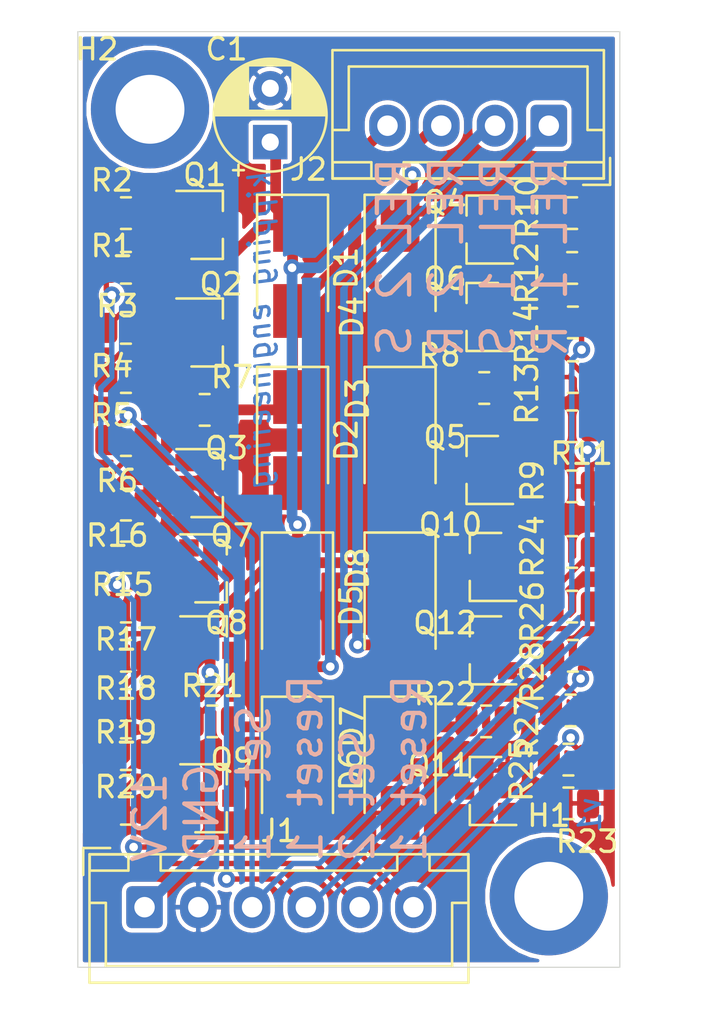
<source format=kicad_pcb>
(kicad_pcb (version 20171130) (host pcbnew "(5.1.9)-1")
  (layers (0 F.Cu signal) (31 B.Cu signal hide) (34 B.Paste user hide) (35 F.Paste user) (36 B.SilkS user hide) (37 F.SilkS user hide) (38 B.Mask user) (39 F.Mask user hide) (44 Edge.Cuts user))
  (net 0 "")
  (net 1 /h-bridge/REL_S)
  (net 2 +12V)
  (net 3 GND)
  (net 4 /h-bridge/REL_R)
  (net 5 "Net-(Q1-Pad3)")
  (net 6 "Net-(Q1-Pad1)")
  (net 7 "Net-(Q2-Pad3)")
  (net 8 "Net-(Q2-Pad1)")
  (net 9 "Net-(Q3-Pad1)")
  (net 10 "Net-(Q4-Pad1)")
  (net 11 "Net-(Q5-Pad3)")
  (net 12 "Net-(Q5-Pad1)")
  (net 13 "Net-(Q6-Pad3)")
  (net 14 "Net-(Q6-Pad1)")
  (net 15 /h-bridge/Reset)
  (net 16 /h-bridge/Set)
  (net 17 /sheet623AF816/REL_S)
  (net 18 /sheet623AF816/REL_R)
  (net 19 /sheet623AF816/Reset)
  (net 20 /sheet623AF816/Set)
  (net 21 "Net-(Q7-Pad3)")
  (net 22 "Net-(Q7-Pad1)")
  (net 23 "Net-(Q8-Pad3)")
  (net 24 "Net-(Q8-Pad1)")
  (net 25 "Net-(Q9-Pad1)")
  (net 26 "Net-(Q10-Pad1)")
  (net 27 "Net-(Q11-Pad3)")
  (net 28 "Net-(Q11-Pad1)")
  (net 29 "Net-(Q12-Pad3)")
  (net 30 "Net-(Q12-Pad1)")
  (module Capacitor_THT:CP_Radial_D5.0mm_P2.50mm (layer F.Cu) (at 186.944 56.134 90)
    (fp_text reference C1 (at 4.318 -2.032 180) (layer F.SilkS))
    (fp_text value C)
    (pad 2 thru_hole circle (at 2.5 0 90) (size 1.6 1.6) (drill 0.8) (layers *.Cu *.Mask) (net 3 GND))
    (pad 1 thru_hole rect (at 0 0 90) (size 1.6 1.6) (drill 0.8) (layers *.Cu *.Mask) (net 2 +12V))
  )
  (module MountingHole:MountingHole_3.2mm_M3_ISO14580_Pad (layer F.Cu) (at 181.356 54.61)
    (fp_text reference H2 (at -2.478 -2.794) (layer F.SilkS))
    (fp_text value MountingHole)
    (pad 1 thru_hole circle (at 0 0) (size 5.5 5.5) (drill 3.2) (layers *.Cu *.Mask))
  )
  (module MountingHole:MountingHole_3.2mm_M3_ISO14580_Pad (layer F.Cu) (at 199.898 91.186)
    (fp_text reference H1 (at 0 -3.75) (layer F.SilkS))
    (fp_text value MountingHole)
    (pad 1 thru_hole circle (at 0 0) (size 5.5 5.5) (drill 3.2) (layers *.Cu *.Mask))
  )
  (module Resistor_SMD:R_0805_2012Metric (layer F.Cu) (at 201.0175 80.01)
    (fp_text reference R28 (at -1.8815 0.762 90) (layer F.SilkS))
    (fp_text value 4k7)
    (pad 2 smd roundrect (at 0.9125 0) (size 1.025 1.4) (layers F.Cu F.Paste F.Mask) (roundrect_rratio 0.243902) (net 20 /sheet623AF816/Set))
    (pad 1 smd roundrect (at -0.9125 0) (size 1.025 1.4) (layers F.Cu F.Paste F.Mask) (roundrect_rratio 0.243902) (net 30 "Net-(Q12-Pad1)"))
  )
  (module Resistor_SMD:R_0805_2012Metric (layer F.Cu) (at 200.914 82.55 180)
    (fp_text reference R27 (at 2.032 -0.762 90) (layer F.SilkS))
    (fp_text value 100k)
    (pad 2 smd roundrect (at 0.9125 0 180) (size 1.025 1.4) (layers F.Cu F.Paste F.Mask) (roundrect_rratio 0.243902) (net 3 GND))
    (pad 1 smd roundrect (at -0.9125 0 180) (size 1.025 1.4) (layers F.Cu F.Paste F.Mask) (roundrect_rratio 0.243902) (net 30 "Net-(Q12-Pad1)"))
  )
  (module Resistor_SMD:R_0805_2012Metric (layer F.Cu) (at 200.984 77.724)
    (fp_text reference R26 (at -1.848 0.254 90) (layer F.SilkS))
    (fp_text value 1k)
    (pad 2 smd roundrect (at 0.9125 0) (size 1.025 1.4) (layers F.Cu F.Paste F.Mask) (roundrect_rratio 0.243902) (net 29 "Net-(Q12-Pad3)"))
    (pad 1 smd roundrect (at -0.9125 0) (size 1.025 1.4) (layers F.Cu F.Paste F.Mask) (roundrect_rratio 0.243902) (net 26 "Net-(Q10-Pad1)"))
  )
  (module Resistor_SMD:R_0805_2012Metric (layer F.Cu) (at 200.8105 84.836)
    (fp_text reference R25 (at -2.1825 0.508 90) (layer F.SilkS))
    (fp_text value 200)
    (pad 2 smd roundrect (at 0.9125 0) (size 1.025 1.4) (layers F.Cu F.Paste F.Mask) (roundrect_rratio 0.243902) (net 19 /sheet623AF816/Reset))
    (pad 1 smd roundrect (at -0.9125 0) (size 1.025 1.4) (layers F.Cu F.Paste F.Mask) (roundrect_rratio 0.243902) (net 28 "Net-(Q11-Pad1)"))
  )
  (module Resistor_SMD:R_0805_2012Metric (layer F.Cu) (at 200.984 75.184)
    (fp_text reference R24 (at -1.848 -0.254 90) (layer F.SilkS))
    (fp_text value 100k)
    (pad 2 smd roundrect (at 0.9125 0) (size 1.025 1.4) (layers F.Cu F.Paste F.Mask) (roundrect_rratio 0.243902) (net 26 "Net-(Q10-Pad1)"))
    (pad 1 smd roundrect (at -0.9125 0) (size 1.025 1.4) (layers F.Cu F.Paste F.Mask) (roundrect_rratio 0.243902) (net 2 +12V))
  )
  (module Resistor_SMD:R_0805_2012Metric (layer F.Cu) (at 200.8105 86.868 180)
    (fp_text reference R23 (at -0.8655 -1.778) (layer F.SilkS))
    (fp_text value 100k)
    (pad 2 smd roundrect (at 0.9125 0 180) (size 1.025 1.4) (layers F.Cu F.Paste F.Mask) (roundrect_rratio 0.243902) (net 28 "Net-(Q11-Pad1)"))
    (pad 1 smd roundrect (at -0.9125 0 180) (size 1.025 1.4) (layers F.Cu F.Paste F.Mask) (roundrect_rratio 0.243902) (net 3 GND))
  )
  (module Resistor_SMD:R_0805_2012Metric (layer F.Cu) (at 196.984 83.058)
    (fp_text reference R22 (at -1.912 -1.27) (layer F.SilkS))
    (fp_text value 100)
    (pad 2 smd roundrect (at 0.9125 0) (size 1.025 1.4) (layers F.Cu F.Paste F.Mask) (roundrect_rratio 0.243902) (net 27 "Net-(Q11-Pad3)"))
    (pad 1 smd roundrect (at -0.9125 0) (size 1.025 1.4) (layers F.Cu F.Paste F.Mask) (roundrect_rratio 0.243902) (net 18 /sheet623AF816/REL_R))
  )
  (module Resistor_SMD:R_0805_2012Metric (layer F.Cu) (at 184.2535 83.058)
    (fp_text reference R21 (at 0 -1.65) (layer F.SilkS))
    (fp_text value 100)
    (pad 2 smd roundrect (at 0.9125 0) (size 1.025 1.4) (layers F.Cu F.Paste F.Mask) (roundrect_rratio 0.243902) (net 17 /sheet623AF816/REL_S))
    (pad 1 smd roundrect (at -0.9125 0) (size 1.025 1.4) (layers F.Cu F.Paste F.Mask) (roundrect_rratio 0.243902) (net 23 "Net-(Q8-Pad3)"))
  )
  (module Resistor_SMD:R_0805_2012Metric (layer F.Cu) (at 180.2365 87.122 180)
    (fp_text reference R20 (at 0 1.016) (layer F.SilkS))
    (fp_text value 100k)
    (pad 2 smd roundrect (at 0.9125 0 180) (size 1.025 1.4) (layers F.Cu F.Paste F.Mask) (roundrect_rratio 0.243902) (net 25 "Net-(Q9-Pad1)"))
    (pad 1 smd roundrect (at -0.9125 0 180) (size 1.025 1.4) (layers F.Cu F.Paste F.Mask) (roundrect_rratio 0.243902) (net 3 GND))
  )
  (module Resistor_SMD:R_0805_2012Metric (layer F.Cu) (at 180.2365 84.582 180)
    (fp_text reference R19 (at 0 1.016) (layer F.SilkS))
    (fp_text value 200)
    (pad 2 smd roundrect (at 0.9125 0 180) (size 1.025 1.4) (layers F.Cu F.Paste F.Mask) (roundrect_rratio 0.243902) (net 20 /sheet623AF816/Set))
    (pad 1 smd roundrect (at -0.9125 0 180) (size 1.025 1.4) (layers F.Cu F.Paste F.Mask) (roundrect_rratio 0.243902) (net 25 "Net-(Q9-Pad1)"))
  )
  (module Resistor_SMD:R_0805_2012Metric (layer F.Cu) (at 180.2365 82.296 180)
    (fp_text reference R18 (at 0 0.762) (layer F.SilkS))
    (fp_text value 100k)
    (pad 2 smd roundrect (at 0.9125 0 180) (size 1.025 1.4) (layers F.Cu F.Paste F.Mask) (roundrect_rratio 0.243902) (net 24 "Net-(Q8-Pad1)"))
    (pad 1 smd roundrect (at -0.9125 0 180) (size 1.025 1.4) (layers F.Cu F.Paste F.Mask) (roundrect_rratio 0.243902) (net 2 +12V))
  )
  (module Resistor_SMD:R_0805_2012Metric (layer F.Cu) (at 180.2365 80.01 180)
    (fp_text reference R17 (at 0 0.762) (layer F.SilkS))
    (fp_text value 1k)
    (pad 2 smd roundrect (at 0.9125 0 180) (size 1.025 1.4) (layers F.Cu F.Paste F.Mask) (roundrect_rratio 0.243902) (net 21 "Net-(Q7-Pad3)"))
    (pad 1 smd roundrect (at -0.9125 0 180) (size 1.025 1.4) (layers F.Cu F.Paste F.Mask) (roundrect_rratio 0.243902) (net 24 "Net-(Q8-Pad1)"))
  )
  (module Resistor_SMD:R_0805_2012Metric (layer F.Cu) (at 180.2365 75.438 180)
    (fp_text reference R16 (at 0.4045 1.016) (layer F.SilkS))
    (fp_text value 100k)
    (pad 2 smd roundrect (at 0.9125 0 180) (size 1.025 1.4) (layers F.Cu F.Paste F.Mask) (roundrect_rratio 0.243902) (net 3 GND))
    (pad 1 smd roundrect (at -0.9125 0 180) (size 1.025 1.4) (layers F.Cu F.Paste F.Mask) (roundrect_rratio 0.243902) (net 22 "Net-(Q7-Pad1)"))
  )
  (module Resistor_SMD:R_0805_2012Metric (layer F.Cu) (at 180.2365 77.724 180)
    (fp_text reference R15 (at 0.1505 1.016) (layer F.SilkS))
    (fp_text value 4k7)
    (pad 2 smd roundrect (at 0.9125 0 180) (size 1.025 1.4) (layers F.Cu F.Paste F.Mask) (roundrect_rratio 0.243902) (net 19 /sheet623AF816/Reset))
    (pad 1 smd roundrect (at -0.9125 0 180) (size 1.025 1.4) (layers F.Cu F.Paste F.Mask) (roundrect_rratio 0.243902) (net 22 "Net-(Q7-Pad1)"))
  )
  (module Package_TO_SOT_SMD:SOT-23 (layer F.Cu) (at 196.984 79.756 180)
    (fp_text reference Q12 (at 1.912 1.27) (layer F.SilkS))
    (fp_text value BC817)
    (pad 3 smd rect (at 1 0 180) (size 0.9 0.8) (layers F.Cu F.Paste F.Mask) (net 29 "Net-(Q12-Pad3)"))
    (pad 2 smd rect (at -1 0.95 180) (size 0.9 0.8) (layers F.Cu F.Paste F.Mask) (net 3 GND))
    (pad 1 smd rect (at -1 -0.95 180) (size 0.9 0.8) (layers F.Cu F.Paste F.Mask) (net 30 "Net-(Q12-Pad1)"))
  )
  (module Package_TO_SOT_SMD:SOT-23 (layer F.Cu) (at 196.984 86.294 180)
    (fp_text reference Q11 (at 2.166 1.204) (layer F.SilkS))
    (fp_text value BC817)
    (pad 3 smd rect (at 1 0 180) (size 0.9 0.8) (layers F.Cu F.Paste F.Mask) (net 27 "Net-(Q11-Pad3)"))
    (pad 2 smd rect (at -1 0.95 180) (size 0.9 0.8) (layers F.Cu F.Paste F.Mask) (net 3 GND))
    (pad 1 smd rect (at -1 -0.95 180) (size 0.9 0.8) (layers F.Cu F.Paste F.Mask) (net 28 "Net-(Q11-Pad1)"))
  )
  (module Package_TO_SOT_SMD:SOT-23 (layer F.Cu) (at 196.984 75.88 180)
    (fp_text reference Q10 (at 1.658 1.966) (layer F.SilkS))
    (fp_text value BC807)
    (pad 3 smd rect (at 1 0 180) (size 0.9 0.8) (layers F.Cu F.Paste F.Mask) (net 18 /sheet623AF816/REL_R))
    (pad 2 smd rect (at -1 0.95 180) (size 0.9 0.8) (layers F.Cu F.Paste F.Mask) (net 2 +12V))
    (pad 1 smd rect (at -1 -0.95 180) (size 0.9 0.8) (layers F.Cu F.Paste F.Mask) (net 26 "Net-(Q10-Pad1)"))
  )
  (module Package_TO_SOT_SMD:SOT-23 (layer F.Cu) (at 184.166 86.632)
    (fp_text reference Q9 (at 1 -1.796) (layer F.SilkS))
    (fp_text value BC817)
    (pad 3 smd rect (at 1 0) (size 0.9 0.8) (layers F.Cu F.Paste F.Mask) (net 17 /sheet623AF816/REL_S))
    (pad 2 smd rect (at -1 0.95) (size 0.9 0.8) (layers F.Cu F.Paste F.Mask) (net 3 GND))
    (pad 1 smd rect (at -1 -0.95) (size 0.9 0.8) (layers F.Cu F.Paste F.Mask) (net 25 "Net-(Q9-Pad1)"))
  )
  (module Package_TO_SOT_SMD:SOT-23 (layer F.Cu) (at 184.166 79.756)
    (fp_text reference Q8 (at 0.746 -1.27) (layer F.SilkS))
    (fp_text value BC807)
    (pad 3 smd rect (at 1 0) (size 0.9 0.8) (layers F.Cu F.Paste F.Mask) (net 23 "Net-(Q8-Pad3)"))
    (pad 2 smd rect (at -1 0.95) (size 0.9 0.8) (layers F.Cu F.Paste F.Mask) (net 2 +12V))
    (pad 1 smd rect (at -1 -0.95) (size 0.9 0.8) (layers F.Cu F.Paste F.Mask) (net 24 "Net-(Q8-Pad1)"))
  )
  (module Package_TO_SOT_SMD:SOT-23 (layer F.Cu) (at 184.166 75.946)
    (fp_text reference Q7 (at 1 -1.524) (layer F.SilkS))
    (fp_text value BC817)
    (pad 3 smd rect (at 1 0) (size 0.9 0.8) (layers F.Cu F.Paste F.Mask) (net 21 "Net-(Q7-Pad3)"))
    (pad 2 smd rect (at -1 0.95) (size 0.9 0.8) (layers F.Cu F.Paste F.Mask) (net 3 GND))
    (pad 1 smd rect (at -1 -0.95) (size 0.9 0.8) (layers F.Cu F.Paste F.Mask) (net 22 "Net-(Q7-Pad1)"))
  )
  (module Diode_SMD:D_SMA (layer F.Cu) (at 192.984 77.682 270)
    (fp_text reference D8 (at -1.736 1.976 90) (layer F.SilkS))
    (fp_text value US1G)
    (pad 2 smd rect (at 2 0 270) (size 2.5 1.8) (layers F.Cu F.Paste F.Mask) (net 18 /sheet623AF816/REL_R))
    (pad 1 smd rect (at -2 0 270) (size 2.5 1.8) (layers F.Cu F.Paste F.Mask) (net 2 +12V))
  )
  (module Diode_SMD:D_SMA (layer F.Cu) (at 192.984 85.312 270)
    (fp_text reference D7 (at -2 2.23 90) (layer F.SilkS))
    (fp_text value US1G)
    (pad 2 smd rect (at 2 0 270) (size 2.5 1.8) (layers F.Cu F.Paste F.Mask) (net 3 GND))
    (pad 1 smd rect (at -2 0 270) (size 2.5 1.8) (layers F.Cu F.Paste F.Mask) (net 18 /sheet623AF816/REL_R))
  )
  (module Diode_SMD:D_SMA (layer F.Cu) (at 188.214 85.312 270)
    (fp_text reference D6 (at 0 -2.5 90) (layer F.SilkS))
    (fp_text value US1G)
    (pad 2 smd rect (at 2 0 270) (size 2.5 1.8) (layers F.Cu F.Paste F.Mask) (net 3 GND))
    (pad 1 smd rect (at -2 0 270) (size 2.5 1.8) (layers F.Cu F.Paste F.Mask) (net 17 /sheet623AF816/REL_S))
  )
  (module Diode_SMD:D_SMA (layer F.Cu) (at 188.214 77.682 270)
    (fp_text reference D5 (at 0 -2.5 90) (layer F.SilkS))
    (fp_text value US1G)
    (pad 2 smd rect (at 2 0 270) (size 2.5 1.8) (layers F.Cu F.Paste F.Mask) (net 17 /sheet623AF816/REL_S))
    (pad 1 smd rect (at -2 0 270) (size 2.5 1.8) (layers F.Cu F.Paste F.Mask) (net 2 +12V))
  )
  (module Connector_JST:JST_XH_B4B-XH-A_1x04_P2.50mm_Vertical (layer F.Cu) (at 199.898 55.372 180)
    (fp_text reference J2 (at 11.176 -2.032) (layer F.SilkS))
    (fp_text value Conn_01x04_Male)
    (pad 4 thru_hole oval (at 7.5 0 180) (size 1.7 1.95) (drill 0.95) (layers *.Cu *.Mask) (net 1 /h-bridge/REL_S))
    (pad 3 thru_hole oval (at 5 0 180) (size 1.7 1.95) (drill 0.95) (layers *.Cu *.Mask) (net 4 /h-bridge/REL_R))
    (pad 2 thru_hole oval (at 2.5 0 180) (size 1.7 1.95) (drill 0.95) (layers *.Cu *.Mask) (net 17 /sheet623AF816/REL_S))
    (pad 1 thru_hole roundrect (at 0 0 180) (size 1.7 1.95) (drill 0.95) (layers *.Cu *.Mask) (roundrect_rratio 0.147059) (net 18 /sheet623AF816/REL_R))
  )
  (module Connector_JST:JST_XH_B6B-XH-A_1x06_P2.50mm_Vertical (layer F.Cu) (at 181.102 91.694)
    (fp_text reference J1 (at 6.25 -3.55) (layer F.SilkS))
    (fp_text value Conn_01x06_Male)
    (pad 6 thru_hole oval (at 12.5 0) (size 1.7 1.95) (drill 0.95) (layers *.Cu *.Mask) (net 19 /sheet623AF816/Reset))
    (pad 5 thru_hole oval (at 10 0) (size 1.7 1.95) (drill 0.95) (layers *.Cu *.Mask) (net 20 /sheet623AF816/Set))
    (pad 4 thru_hole oval (at 7.5 0) (size 1.7 1.95) (drill 0.95) (layers *.Cu *.Mask) (net 15 /h-bridge/Reset))
    (pad 3 thru_hole oval (at 5 0) (size 1.7 1.95) (drill 0.95) (layers *.Cu *.Mask) (net 16 /h-bridge/Set))
    (pad 2 thru_hole oval (at 2.5 0) (size 1.7 1.95) (drill 0.95) (layers *.Cu *.Mask) (net 3 GND))
    (pad 1 thru_hole roundrect (at 0 0) (size 1.7 1.95) (drill 0.95) (layers *.Cu *.Mask) (roundrect_rratio 0.147059) (net 2 +12V))
  )
  (module Resistor_SMD:R_0805_2012Metric (layer F.Cu) (at 201.0175 64.516)
    (fp_text reference R14 (at -2.1355 0.508 90) (layer F.SilkS))
    (fp_text value 4k7)
    (pad 2 smd roundrect (at 0.9125 0) (size 1.025 1.4) (layers F.Cu F.Paste F.Mask) (roundrect_rratio 0.243902) (net 16 /h-bridge/Set))
    (pad 1 smd roundrect (at -0.9125 0) (size 1.025 1.4) (layers F.Cu F.Paste F.Mask) (roundrect_rratio 0.243902) (net 14 "Net-(Q6-Pad1)"))
  )
  (module Resistor_SMD:R_0805_2012Metric (layer F.Cu) (at 201.0175 67.056 180)
    (fp_text reference R13 (at 2.1355 -0.762 90) (layer F.SilkS))
    (fp_text value 100k)
    (pad 2 smd roundrect (at 0.9125 0 180) (size 1.025 1.4) (layers F.Cu F.Paste F.Mask) (roundrect_rratio 0.243902) (net 3 GND))
    (pad 1 smd roundrect (at -0.9125 0 180) (size 1.025 1.4) (layers F.Cu F.Paste F.Mask) (roundrect_rratio 0.243902) (net 14 "Net-(Q6-Pad1)"))
  )
  (module Resistor_SMD:R_0805_2012Metric (layer F.Cu) (at 200.984 61.984)
    (fp_text reference R12 (at -2.102 0.246 90) (layer F.SilkS))
    (fp_text value 1k)
    (pad 2 smd roundrect (at 0.9125 0) (size 1.025 1.4) (layers F.Cu F.Paste F.Mask) (roundrect_rratio 0.243902) (net 13 "Net-(Q6-Pad3)"))
    (pad 1 smd roundrect (at -0.9125 0) (size 1.025 1.4) (layers F.Cu F.Paste F.Mask) (roundrect_rratio 0.243902) (net 10 "Net-(Q4-Pad1)"))
  )
  (module Resistor_SMD:R_0805_2012Metric (layer F.Cu) (at 200.984 69.342)
    (fp_text reference R11 (at 0.438 1.27 180) (layer F.SilkS))
    (fp_text value 200)
    (pad 2 smd roundrect (at 0.9125 0) (size 1.025 1.4) (layers F.Cu F.Paste F.Mask) (roundrect_rratio 0.243902) (net 15 /h-bridge/Reset))
    (pad 1 smd roundrect (at -0.9125 0) (size 1.025 1.4) (layers F.Cu F.Paste F.Mask) (roundrect_rratio 0.243902) (net 12 "Net-(Q5-Pad1)"))
  )
  (module Resistor_SMD:R_0805_2012Metric (layer F.Cu) (at 200.984 59.436)
    (fp_text reference R10 (at -2.102 -0.254 90) (layer F.SilkS))
    (fp_text value 100k)
    (pad 2 smd roundrect (at 0.9125 0) (size 1.025 1.4) (layers F.Cu F.Paste F.Mask) (roundrect_rratio 0.243902) (net 10 "Net-(Q4-Pad1)"))
    (pad 1 smd roundrect (at -0.9125 0) (size 1.025 1.4) (layers F.Cu F.Paste F.Mask) (roundrect_rratio 0.243902) (net 2 +12V))
  )
  (module Resistor_SMD:R_0805_2012Metric (layer F.Cu) (at 200.984 72.136 180)
    (fp_text reference R9 (at 1.848 0.254 90) (layer F.SilkS))
    (fp_text value 100k)
    (pad 2 smd roundrect (at 0.9125 0 180) (size 1.025 1.4) (layers F.Cu F.Paste F.Mask) (roundrect_rratio 0.243902) (net 12 "Net-(Q5-Pad1)"))
    (pad 1 smd roundrect (at -0.9125 0 180) (size 1.025 1.4) (layers F.Cu F.Paste F.Mask) (roundrect_rratio 0.243902) (net 3 GND))
  )
  (module Resistor_SMD:R_0805_2012Metric (layer F.Cu) (at 196.8965 67.564)
    (fp_text reference R8 (at -2.0785 -1.524) (layer F.SilkS))
    (fp_text value 100)
    (pad 2 smd roundrect (at 0.9125 0) (size 1.025 1.4) (layers F.Cu F.Paste F.Mask) (roundrect_rratio 0.243902) (net 11 "Net-(Q5-Pad3)"))
    (pad 1 smd roundrect (at -0.9125 0) (size 1.025 1.4) (layers F.Cu F.Paste F.Mask) (roundrect_rratio 0.243902) (net 4 /h-bridge/REL_R))
  )
  (module Resistor_SMD:R_0805_2012Metric (layer F.Cu) (at 183.8965 68.58)
    (fp_text reference R7 (at 1.2695 -1.524) (layer F.SilkS))
    (fp_text value 100)
    (pad 2 smd roundrect (at 0.9125 0) (size 1.025 1.4) (layers F.Cu F.Paste F.Mask) (roundrect_rratio 0.243902) (net 1 /h-bridge/REL_S))
    (pad 1 smd roundrect (at -0.9125 0) (size 1.025 1.4) (layers F.Cu F.Paste F.Mask) (roundrect_rratio 0.243902) (net 7 "Net-(Q2-Pad3)"))
  )
  (module Resistor_SMD:R_0805_2012Metric (layer F.Cu) (at 180.2365 72.984 180)
    (fp_text reference R6 (at 0.4045 1.102) (layer F.SilkS))
    (fp_text value 100k)
    (pad 2 smd roundrect (at 0.9125 0 180) (size 1.025 1.4) (layers F.Cu F.Paste F.Mask) (roundrect_rratio 0.243902) (net 9 "Net-(Q3-Pad1)"))
    (pad 1 smd roundrect (at -0.9125 0 180) (size 1.025 1.4) (layers F.Cu F.Paste F.Mask) (roundrect_rratio 0.243902) (net 3 GND))
  )
  (module Resistor_SMD:R_0805_2012Metric (layer F.Cu) (at 180.2365 69.984 180)
    (fp_text reference R5 (at 0.6585 1.15) (layer F.SilkS))
    (fp_text value 200)
    (pad 2 smd roundrect (at 0.9125 0 180) (size 1.025 1.4) (layers F.Cu F.Paste F.Mask) (roundrect_rratio 0.243902) (net 16 /h-bridge/Set))
    (pad 1 smd roundrect (at -0.9125 0 180) (size 1.025 1.4) (layers F.Cu F.Paste F.Mask) (roundrect_rratio 0.243902) (net 9 "Net-(Q3-Pad1)"))
  )
  (module Resistor_SMD:R_0805_2012Metric (layer F.Cu) (at 180.2365 67.056 180)
    (fp_text reference R4 (at 0.6585 0.508) (layer F.SilkS))
    (fp_text value 100k)
    (pad 2 smd roundrect (at 0.9125 0 180) (size 1.025 1.4) (layers F.Cu F.Paste F.Mask) (roundrect_rratio 0.243902) (net 8 "Net-(Q2-Pad1)"))
    (pad 1 smd roundrect (at -0.9125 0 180) (size 1.025 1.4) (layers F.Cu F.Paste F.Mask) (roundrect_rratio 0.243902) (net 2 +12V))
  )
  (module Resistor_SMD:R_0805_2012Metric (layer F.Cu) (at 180.2365 64.77 180)
    (fp_text reference R3 (at 0.4045 1.016) (layer F.SilkS))
    (fp_text value 1k)
    (pad 2 smd roundrect (at 0.9125 0 180) (size 1.025 1.4) (layers F.Cu F.Paste F.Mask) (roundrect_rratio 0.243902) (net 5 "Net-(Q1-Pad3)"))
    (pad 1 smd roundrect (at -0.9125 0 180) (size 1.025 1.4) (layers F.Cu F.Paste F.Mask) (roundrect_rratio 0.243902) (net 8 "Net-(Q2-Pad1)"))
  )
  (module Resistor_SMD:R_0805_2012Metric (layer F.Cu) (at 180.2365 59.436 180)
    (fp_text reference R2 (at 0.6585 1.524) (layer F.SilkS))
    (fp_text value 100k)
    (pad 2 smd roundrect (at 0.9125 0 180) (size 1.025 1.4) (layers F.Cu F.Paste F.Mask) (roundrect_rratio 0.243902) (net 3 GND))
    (pad 1 smd roundrect (at -0.9125 0 180) (size 1.025 1.4) (layers F.Cu F.Paste F.Mask) (roundrect_rratio 0.243902) (net 6 "Net-(Q1-Pad1)"))
  )
  (module Resistor_SMD:R_0805_2012Metric (layer F.Cu) (at 180.2365 61.976 180)
    (fp_text reference R1 (at 0.6585 1.016) (layer F.SilkS))
    (fp_text value 4k7)
    (pad 2 smd roundrect (at 0.9125 0 180) (size 1.025 1.4) (layers F.Cu F.Paste F.Mask) (roundrect_rratio 0.243902) (net 15 /h-bridge/Reset))
    (pad 1 smd roundrect (at -0.9125 0 180) (size 1.025 1.4) (layers F.Cu F.Paste F.Mask) (roundrect_rratio 0.243902) (net 6 "Net-(Q1-Pad1)"))
  )
  (module Package_TO_SOT_SMD:SOT-23 (layer F.Cu) (at 196.834 64.262 180)
    (fp_text reference Q6 (at 1.762 1.778) (layer F.SilkS))
    (fp_text value BC817)
    (pad 3 smd rect (at 1 0 180) (size 0.9 0.8) (layers F.Cu F.Paste F.Mask) (net 13 "Net-(Q6-Pad3)"))
    (pad 2 smd rect (at -1 0.95 180) (size 0.9 0.8) (layers F.Cu F.Paste F.Mask) (net 3 GND))
    (pad 1 smd rect (at -1 -0.95 180) (size 0.9 0.8) (layers F.Cu F.Paste F.Mask) (net 14 "Net-(Q6-Pad1)"))
  )
  (module Package_TO_SOT_SMD:SOT-23 (layer F.Cu) (at 196.834 71.374 180)
    (fp_text reference Q5 (at 1.762 1.524) (layer F.SilkS))
    (fp_text value BC817)
    (pad 3 smd rect (at 1 0 180) (size 0.9 0.8) (layers F.Cu F.Paste F.Mask) (net 11 "Net-(Q5-Pad3)"))
    (pad 2 smd rect (at -1 0.95 180) (size 0.9 0.8) (layers F.Cu F.Paste F.Mask) (net 3 GND))
    (pad 1 smd rect (at -1 -0.95 180) (size 0.9 0.8) (layers F.Cu F.Paste F.Mask) (net 12 "Net-(Q5-Pad1)"))
  )
  (module Package_TO_SOT_SMD:SOT-23 (layer F.Cu) (at 196.834 60.198 180)
    (fp_text reference Q4 (at 1.762 1.27) (layer F.SilkS))
    (fp_text value BC807)
    (pad 3 smd rect (at 1 0 180) (size 0.9 0.8) (layers F.Cu F.Paste F.Mask) (net 4 /h-bridge/REL_R))
    (pad 2 smd rect (at -1 0.95 180) (size 0.9 0.8) (layers F.Cu F.Paste F.Mask) (net 2 +12V))
    (pad 1 smd rect (at -1 -0.95 180) (size 0.9 0.8) (layers F.Cu F.Paste F.Mask) (net 10 "Net-(Q4-Pad1)"))
  )
  (module Package_TO_SOT_SMD:SOT-23 (layer F.Cu) (at 183.984 71.984)
    (fp_text reference Q3 (at 0.928 -1.626) (layer F.SilkS))
    (fp_text value BC817)
    (pad 3 smd rect (at 1 0) (size 0.9 0.8) (layers F.Cu F.Paste F.Mask) (net 1 /h-bridge/REL_S))
    (pad 2 smd rect (at -1 0.95) (size 0.9 0.8) (layers F.Cu F.Paste F.Mask) (net 3 GND))
    (pad 1 smd rect (at -1 -0.95) (size 0.9 0.8) (layers F.Cu F.Paste F.Mask) (net 9 "Net-(Q3-Pad1)"))
  )
  (module Package_TO_SOT_SMD:SOT-23 (layer F.Cu) (at 183.984 64.984)
    (fp_text reference Q2 (at 0.674 -2.246) (layer F.SilkS))
    (fp_text value BC807)
    (pad 3 smd rect (at 1 0) (size 0.9 0.8) (layers F.Cu F.Paste F.Mask) (net 7 "Net-(Q2-Pad3)"))
    (pad 2 smd rect (at -1 0.95) (size 0.9 0.8) (layers F.Cu F.Paste F.Mask) (net 2 +12V))
    (pad 1 smd rect (at -1 -0.95) (size 0.9 0.8) (layers F.Cu F.Paste F.Mask) (net 8 "Net-(Q2-Pad1)"))
  )
  (module Package_TO_SOT_SMD:SOT-23 (layer F.Cu) (at 183.984 59.984)
    (fp_text reference Q1 (at -0.088 -2.326) (layer F.SilkS))
    (fp_text value BC817)
    (pad 3 smd rect (at 1 0) (size 0.9 0.8) (layers F.Cu F.Paste F.Mask) (net 5 "Net-(Q1-Pad3)"))
    (pad 2 smd rect (at -1 0.95) (size 0.9 0.8) (layers F.Cu F.Paste F.Mask) (net 3 GND))
    (pad 1 smd rect (at -1 -0.95) (size 0.9 0.8) (layers F.Cu F.Paste F.Mask) (net 6 "Net-(Q1-Pad1)"))
  )
  (module Diode_SMD:D_SMA (layer F.Cu) (at 192.984 61.984 270)
    (fp_text reference D4 (at 2.278 2.23 90) (layer F.SilkS))
    (fp_text value US1G)
    (pad 2 smd rect (at 2 0 270) (size 2.5 1.8) (layers F.Cu F.Paste F.Mask) (net 4 /h-bridge/REL_R))
    (pad 1 smd rect (at -2 0 270) (size 2.5 1.8) (layers F.Cu F.Paste F.Mask) (net 2 +12V))
  )
  (module Diode_SMD:D_SMA (layer F.Cu) (at 192.984 69.984 270)
    (fp_text reference D3 (at -1.912 1.976 90) (layer F.SilkS))
    (fp_text value US1G)
    (pad 2 smd rect (at 2 0 270) (size 2.5 1.8) (layers F.Cu F.Paste F.Mask) (net 3 GND))
    (pad 1 smd rect (at -2 0 270) (size 2.5 1.8) (layers F.Cu F.Paste F.Mask) (net 4 /h-bridge/REL_R))
  )
  (module Diode_SMD:D_SMA (layer F.Cu) (at 187.984 69.984 270)
    (fp_text reference D2 (at 0 -2.5 90) (layer F.SilkS))
    (fp_text value US1G)
    (pad 2 smd rect (at 2 0 270) (size 2.5 1.8) (layers F.Cu F.Paste F.Mask) (net 3 GND))
    (pad 1 smd rect (at -2 0 270) (size 2.5 1.8) (layers F.Cu F.Paste F.Mask) (net 1 /h-bridge/REL_S))
  )
  (module Diode_SMD:D_SMA (layer F.Cu) (at 187.984 61.984 270)
    (fp_text reference D1 (at 0 -2.5 90) (layer F.SilkS))
    (fp_text value US1G)
    (pad 2 smd rect (at 2 0 270) (size 2.5 1.8) (layers F.Cu F.Paste F.Mask) (net 1 /h-bridge/REL_S))
    (pad 1 smd rect (at -2 0 270) (size 2.5 1.8) (layers F.Cu F.Paste F.Mask) (net 2 +12V))
  )
  (gr_text v1 (at 201.803 87.376 90) (layer B.Cu) (effects (font (size 1 1) (thickness 0.15) italic) (justify mirror)))
  (gr_text "12V\nGND\nSet  1\nReset 1\nSet 2\nReset 1" (at 187.3885 89.7255 90) (layer B.SilkS) (effects (font (size 1.5 1.5) (thickness 0.2)) (justify right mirror)))
  (gr_text "REL 2 S\nREL 2 R\nREL 1 S\nREL 1 R" (at 196.342 61.468 90) (layer B.SilkS) (effects (font (size 1.5 1.5) (thickness 0.2)) (justify mirror)))
  (gr_text "kipping engineering" (at 186.436 64.8335 90) (layer B.Cu) (effects (font (size 1 1) (thickness 0.15) italic) (justify mirror)))
  (gr_line (start 178 94.488) (end 178 51) (layer Edge.Cuts) (width 0.05))
  (gr_line (start 203.2 94.488) (end 178 94.488) (layer Edge.Cuts) (width 0.05))
  (gr_line (start 203.2 51) (end 203.2 94.488) (layer Edge.Cuts) (width 0.05))
  (gr_line (start 178 51) (end 203.2 51) (layer Edge.Cuts) (width 0.05))
  (segment (start 192.398 55.372) (end 190.112 57.658) (width 0.5) (layer F.Cu) (net 1))
  (segment (start 190.112 61.856) (end 187.984 63.984) (width 0.5) (layer F.Cu) (net 1))
  (segment (start 190.112 57.658) (end 190.112 61.856) (width 0.5) (layer F.Cu) (net 1))
  (segment (start 187.984 63.984) (end 187.984 67.984) (width 0.5) (layer F.Cu) (net 1))
  (segment (start 184.984 68.755) (end 184.809 68.58) (width 0.5) (layer F.Cu) (net 1))
  (segment (start 184.984 71.984) (end 184.984 68.755) (width 0.5) (layer F.Cu) (net 1))
  (segment (start 187.388 68.58) (end 187.984 67.984) (width 0.5) (layer F.Cu) (net 1))
  (segment (start 184.809 68.58) (end 187.388 68.58) (width 0.5) (layer F.Cu) (net 1))
  (segment (start 181.862 67.056) (end 182.984 65.934) (width 0.25) (layer F.Cu) (net 2))
  (segment (start 181.149 67.056) (end 181.862 67.056) (width 0.25) (layer F.Cu) (net 2))
  (segment (start 183.884001 65.033999) (end 182.984 65.934) (width 0.5) (layer F.Cu) (net 2))
  (segment (start 183.884001 62.683999) (end 183.884001 65.033999) (width 0.5) (layer F.Cu) (net 2))
  (segment (start 186.584 59.984) (end 183.884001 62.683999) (width 0.5) (layer F.Cu) (net 2))
  (segment (start 187.984 59.984) (end 186.584 59.984) (width 0.5) (layer F.Cu) (net 2))
  (segment (start 184.066001 78.569999) (end 184.066001 79.805999) (width 0.5) (layer F.Cu) (net 2))
  (segment (start 186.954 75.682) (end 184.066001 78.569999) (width 0.5) (layer F.Cu) (net 2))
  (segment (start 188.214 75.682) (end 186.954 75.682) (width 0.5) (layer F.Cu) (net 2))
  (segment (start 182.739 80.706) (end 181.149 82.296) (width 0.5) (layer F.Cu) (net 2))
  (segment (start 183.166 80.706) (end 182.739 80.706) (width 0.5) (layer F.Cu) (net 2))
  (segment (start 197.884001 75.029999) (end 197.984 74.93) (width 0.5) (layer F.Cu) (net 2))
  (segment (start 193.636001 75.029999) (end 197.884001 75.029999) (width 0.5) (layer F.Cu) (net 2))
  (segment (start 192.984 75.682) (end 193.636001 75.029999) (width 0.5) (layer F.Cu) (net 2))
  (segment (start 199.8175 74.93) (end 200.0715 75.184) (width 0.5) (layer F.Cu) (net 2))
  (segment (start 197.984 74.93) (end 199.8175 74.93) (width 0.5) (layer F.Cu) (net 2))
  (segment (start 188.214 75.682) (end 192.984 75.682) (width 0.5) (layer F.Cu) (net 2))
  (segment (start 187.198 59.198) (end 187.984 59.984) (width 0.5) (layer F.Cu) (net 2))
  (segment (start 187.198 56.593) (end 187.198 59.198) (width 0.5) (layer F.Cu) (net 2))
  (via (at 187.96 61.976) (size 0.8) (drill 0.4) (layers F.Cu B.Cu) (net 2))
  (segment (start 187.984 61.952) (end 187.96 61.976) (width 0.5) (layer F.Cu) (net 2))
  (segment (start 187.984 59.984) (end 187.984 61.952) (width 0.5) (layer F.Cu) (net 2))
  (via (at 188.214 73.914) (size 0.8) (drill 0.4) (layers F.Cu B.Cu) (net 2))
  (segment (start 187.96 73.66) (end 188.214 73.914) (width 0.5) (layer B.Cu) (net 2))
  (segment (start 187.96 61.976) (end 187.96 73.66) (width 0.5) (layer B.Cu) (net 2))
  (segment (start 188.214 73.914) (end 188.214 75.682) (width 0.5) (layer F.Cu) (net 2))
  (via (at 193.55004 57.66004) (size 0.8) (drill 0.4) (layers F.Cu B.Cu) (net 2))
  (segment (start 189.23408 61.976) (end 193.55004 57.66004) (width 0.5) (layer B.Cu) (net 2))
  (segment (start 187.96 61.976) (end 189.23408 61.976) (width 0.5) (layer B.Cu) (net 2))
  (segment (start 193.55004 59.41796) (end 192.984 59.984) (width 0.5) (layer F.Cu) (net 2))
  (segment (start 193.55004 57.66004) (end 193.55004 59.41796) (width 0.5) (layer F.Cu) (net 2))
  (segment (start 197.734001 59.347999) (end 197.834 59.248) (width 0.5) (layer F.Cu) (net 2))
  (segment (start 193.620001 59.347999) (end 197.734001 59.347999) (width 0.5) (layer F.Cu) (net 2))
  (segment (start 192.984 59.984) (end 193.620001 59.347999) (width 0.5) (layer F.Cu) (net 2))
  (segment (start 198.022 59.436) (end 197.834 59.248) (width 0.5) (layer F.Cu) (net 2))
  (segment (start 200.0715 59.436) (end 198.022 59.436) (width 0.5) (layer F.Cu) (net 2))
  (via (at 184.15 80.772) (size 0.8) (drill 0.4) (layers F.Cu B.Cu) (net 2))
  (segment (start 184.15 88.646) (end 184.15 80.772) (width 0.5) (layer B.Cu) (net 2))
  (segment (start 181.102 91.694) (end 184.15 88.646) (width 0.5) (layer B.Cu) (net 2))
  (segment (start 184.15 80.264) (end 183.879 79.993) (width 0.5) (layer F.Cu) (net 2))
  (segment (start 184.15 80.772) (end 184.15 80.264) (width 0.5) (layer F.Cu) (net 2))
  (segment (start 183.879 79.993) (end 183.166 80.706) (width 0.5) (layer F.Cu) (net 2))
  (segment (start 184.066001 79.805999) (end 183.879 79.993) (width 0.5) (layer F.Cu) (net 2))
  (segment (start 186.739 56.134) (end 187.198 56.593) (width 0.5) (layer F.Cu) (net 2))
  (segment (start 186.436 56.134) (end 186.739 56.134) (width 0.5) (layer F.Cu) (net 2))
  (segment (start 179.324 74.809) (end 181.149 72.984) (width 0.25) (layer F.Cu) (net 3))
  (segment (start 179.324 75.438) (end 179.324 74.809) (width 0.25) (layer F.Cu) (net 3))
  (segment (start 182.934 72.984) (end 182.984 72.934) (width 0.25) (layer F.Cu) (net 3))
  (segment (start 181.149 72.984) (end 182.934 72.984) (width 0.25) (layer F.Cu) (net 3))
  (segment (start 187.034 72.934) (end 187.984 71.984) (width 0.5) (layer F.Cu) (net 3))
  (segment (start 182.984 72.934) (end 187.034 72.934) (width 0.5) (layer F.Cu) (net 3))
  (segment (start 196.933999 71.324001) (end 197.834 70.424) (width 0.5) (layer F.Cu) (net 3))
  (segment (start 196.933999 71.934003) (end 196.933999 71.324001) (width 0.5) (layer F.Cu) (net 3))
  (segment (start 196.644001 72.224001) (end 196.933999 71.934003) (width 0.5) (layer F.Cu) (net 3))
  (segment (start 193.224001 72.224001) (end 196.644001 72.224001) (width 0.5) (layer F.Cu) (net 3))
  (segment (start 192.984 71.984) (end 193.224001 72.224001) (width 0.5) (layer F.Cu) (net 3))
  (segment (start 191.633999 58.373999) (end 191.633999 62.633999) (width 0.5) (layer F.Cu) (net 4))
  (segment (start 191.633999 62.633999) (end 192.984 63.984) (width 0.5) (layer F.Cu) (net 4))
  (segment (start 194.635998 55.372) (end 191.633999 58.373999) (width 0.5) (layer F.Cu) (net 4))
  (segment (start 194.898 55.372) (end 194.635998 55.372) (width 0.5) (layer F.Cu) (net 4))
  (segment (start 192.984 63.984) (end 192.984 67.984) (width 0.5) (layer F.Cu) (net 4))
  (segment (start 192.984 63.048) (end 195.834 60.198) (width 0.5) (layer F.Cu) (net 4))
  (segment (start 192.984 63.984) (end 192.984 63.048) (width 0.5) (layer F.Cu) (net 4))
  (segment (start 195.564 67.984) (end 195.984 67.564) (width 0.5) (layer F.Cu) (net 4))
  (segment (start 192.984 67.984) (end 195.564 67.984) (width 0.5) (layer F.Cu) (net 4))
  (segment (start 184.984 60.369002) (end 184.984 59.984) (width 0.25) (layer F.Cu) (net 5))
  (segment (start 182.044003 63.308999) (end 184.984 60.369002) (width 0.25) (layer F.Cu) (net 5))
  (segment (start 180.785001 63.308999) (end 182.044003 63.308999) (width 0.25) (layer F.Cu) (net 5))
  (segment (start 179.324 64.77) (end 180.785001 63.308999) (width 0.25) (layer F.Cu) (net 5))
  (segment (start 182.582 59.436) (end 182.984 59.034) (width 0.25) (layer F.Cu) (net 6))
  (segment (start 181.149 59.436) (end 182.582 59.436) (width 0.25) (layer F.Cu) (net 6))
  (segment (start 181.149 59.436) (end 181.149 61.976) (width 0.25) (layer F.Cu) (net 6))
  (segment (start 184.984 66.58) (end 182.984 68.58) (width 0.5) (layer F.Cu) (net 7))
  (segment (start 184.984 64.984) (end 184.984 66.58) (width 0.5) (layer F.Cu) (net 7))
  (segment (start 179.324 66.595) (end 181.149 64.77) (width 0.25) (layer F.Cu) (net 8))
  (segment (start 179.324 67.056) (end 179.324 66.595) (width 0.25) (layer F.Cu) (net 8))
  (segment (start 182.248 64.77) (end 182.984 64.034) (width 0.25) (layer F.Cu) (net 8))
  (segment (start 181.149 64.77) (end 182.248 64.77) (width 0.25) (layer F.Cu) (net 8))
  (segment (start 179.324 71.809) (end 181.149 69.984) (width 0.25) (layer F.Cu) (net 9))
  (segment (start 179.324 72.984) (end 179.324 71.809) (width 0.25) (layer F.Cu) (net 9))
  (segment (start 182.199 71.034) (end 181.149 69.984) (width 0.25) (layer F.Cu) (net 9))
  (segment (start 182.984 71.034) (end 182.199 71.034) (width 0.25) (layer F.Cu) (net 9))
  (segment (start 199.2355 61.148) (end 200.0715 61.984) (width 0.25) (layer F.Cu) (net 10))
  (segment (start 197.834 61.148) (end 199.2355 61.148) (width 0.25) (layer F.Cu) (net 10))
  (segment (start 201.8965 60.159) (end 200.0715 61.984) (width 0.25) (layer F.Cu) (net 10))
  (segment (start 201.8965 59.436) (end 201.8965 60.159) (width 0.25) (layer F.Cu) (net 10))
  (segment (start 195.834 69.539) (end 195.834 71.374) (width 0.5) (layer F.Cu) (net 11))
  (segment (start 197.809 67.564) (end 195.834 69.539) (width 0.5) (layer F.Cu) (net 11))
  (segment (start 199.8835 72.324) (end 200.0715 72.136) (width 0.25) (layer F.Cu) (net 12))
  (segment (start 197.834 72.324) (end 199.8835 72.324) (width 0.25) (layer F.Cu) (net 12))
  (segment (start 200.0715 72.136) (end 200.0715 69.342) (width 0.25) (layer F.Cu) (net 12))
  (segment (start 200.87149 63.00901) (end 201.8965 61.984) (width 0.25) (layer F.Cu) (net 13))
  (segment (start 200.0863 63.00901) (end 200.87149 63.00901) (width 0.25) (layer F.Cu) (net 13))
  (segment (start 198.83331 64.262) (end 200.0863 63.00901) (width 0.25) (layer F.Cu) (net 13))
  (segment (start 195.834 64.262) (end 198.83331 64.262) (width 0.25) (layer F.Cu) (net 13))
  (segment (start 199.409 65.212) (end 200.105 64.516) (width 0.25) (layer F.Cu) (net 14))
  (segment (start 197.834 65.212) (end 199.409 65.212) (width 0.25) (layer F.Cu) (net 14))
  (segment (start 201.63069 67.056) (end 201.93 67.056) (width 0.25) (layer F.Cu) (net 14))
  (segment (start 200.105 65.53031) (end 201.63069 67.056) (width 0.25) (layer F.Cu) (net 14))
  (segment (start 200.105 64.516) (end 200.105 65.53031) (width 0.25) (layer F.Cu) (net 14))
  (segment (start 188.602 91.814) (end 201.422 78.994) (width 0.25) (layer B.Cu) (net 15))
  (segment (start 188.602 91.694) (end 188.602 91.814) (width 0.25) (layer B.Cu) (net 15))
  (via (at 201.692703 70.436196) (size 0.8) (drill 0.4) (layers F.Cu B.Cu) (net 15))
  (segment (start 201.692703 78.723297) (end 201.692703 70.436196) (width 0.25) (layer B.Cu) (net 15))
  (segment (start 201.422 78.994) (end 201.692703 78.723297) (width 0.25) (layer B.Cu) (net 15))
  (segment (start 201.692703 69.545797) (end 201.8965 69.342) (width 0.25) (layer F.Cu) (net 15))
  (segment (start 201.692703 70.436196) (end 201.692703 69.545797) (width 0.25) (layer F.Cu) (net 15))
  (via (at 179.578 63.246) (size 0.8) (drill 0.4) (layers F.Cu B.Cu) (net 15))
  (segment (start 179.324 62.992) (end 179.578 63.246) (width 0.25) (layer F.Cu) (net 15))
  (segment (start 179.324 61.976) (end 179.324 62.992) (width 0.25) (layer F.Cu) (net 15))
  (segment (start 179.578 63.246) (end 179.578 67.056) (width 0.25) (layer B.Cu) (net 15))
  (segment (start 179.578 67.056) (end 179.07 67.564) (width 0.25) (layer B.Cu) (net 15))
  (segment (start 179.07 67.564) (end 179.07 70.612) (width 0.25) (layer B.Cu) (net 15))
  (segment (start 184.912 76.454) (end 184.912 90.387) (width 0.25) (layer B.Cu) (net 15))
  (via (at 184.912 90.387) (size 0.8) (drill 0.4) (layers F.Cu B.Cu) (net 15))
  (segment (start 179.07 70.612) (end 184.912 76.454) (width 0.25) (layer B.Cu) (net 15))
  (segment (start 187.295 90.387) (end 188.602 91.694) (width 0.25) (layer F.Cu) (net 15))
  (segment (start 184.912 90.387) (end 187.295 90.387) (width 0.25) (layer F.Cu) (net 15))
  (segment (start 186.102 91.569) (end 188.009 89.662) (width 0.25) (layer B.Cu) (net 16))
  (segment (start 186.102 91.694) (end 186.102 91.569) (width 0.25) (layer B.Cu) (net 16))
  (segment (start 188.009 89.662) (end 189.23 89.662) (width 0.25) (layer B.Cu) (net 16))
  (via (at 201.422 65.786) (size 0.8) (drill 0.4) (layers F.Cu B.Cu) (net 16))
  (segment (start 200.967702 66.240298) (end 201.422 65.786) (width 0.25) (layer B.Cu) (net 16))
  (segment (start 200.967702 77.924298) (end 200.967702 66.240298) (width 0.25) (layer B.Cu) (net 16))
  (segment (start 189.23 89.662) (end 200.967702 77.924298) (width 0.25) (layer B.Cu) (net 16))
  (segment (start 201.422 65.024) (end 201.93 64.516) (width 0.25) (layer F.Cu) (net 16))
  (segment (start 201.422 65.786) (end 201.422 65.024) (width 0.25) (layer F.Cu) (net 16))
  (via (at 180.34 68.834) (size 0.8) (drill 0.4) (layers F.Cu B.Cu) (net 16))
  (segment (start 179.324 69.85) (end 180.34 68.834) (width 0.25) (layer F.Cu) (net 16))
  (segment (start 179.324 69.984) (end 179.324 69.85) (width 0.25) (layer F.Cu) (net 16))
  (segment (start 186.102 74.596) (end 186.102 91.694) (width 0.25) (layer B.Cu) (net 16))
  (segment (start 180.34 68.834) (end 186.102 74.596) (width 0.25) (layer B.Cu) (net 16))
  (via (at 189.738 80.518) (size 0.8) (drill 0.4) (layers F.Cu B.Cu) (net 17))
  (segment (start 189.05 80.518) (end 188.214 79.682) (width 0.5) (layer F.Cu) (net 17))
  (segment (start 189.738 80.518) (end 189.05 80.518) (width 0.5) (layer F.Cu) (net 17))
  (segment (start 189.738 62.738) (end 189.738 80.518) (width 0.5) (layer B.Cu) (net 17))
  (segment (start 197.104 55.372) (end 189.738 62.738) (width 0.5) (layer B.Cu) (net 17))
  (segment (start 197.398 55.372) (end 197.104 55.372) (width 0.5) (layer B.Cu) (net 17))
  (segment (start 188.214 83.312) (end 188.214 79.682) (width 0.5) (layer F.Cu) (net 17))
  (segment (start 185.42 83.312) (end 185.166 83.058) (width 0.5) (layer F.Cu) (net 17))
  (segment (start 188.214 83.312) (end 185.42 83.312) (width 0.5) (layer F.Cu) (net 17))
  (segment (start 185.166 83.058) (end 185.166 86.632) (width 0.5) (layer F.Cu) (net 17))
  (via (at 191.008 79.502) (size 0.8) (drill 0.4) (layers F.Cu B.Cu) (net 18))
  (segment (start 191.008 62.992) (end 191.008 79.502) (width 0.5) (layer B.Cu) (net 18))
  (segment (start 192.804 79.502) (end 192.984 79.682) (width 0.5) (layer F.Cu) (net 18))
  (segment (start 191.008 79.502) (end 192.804 79.502) (width 0.5) (layer F.Cu) (net 18))
  (segment (start 191.008 62.992) (end 195.834 58.166) (width 0.5) (layer B.Cu) (net 18))
  (segment (start 197.104 58.166) (end 198.501 56.769) (width 0.5) (layer B.Cu) (net 18))
  (segment (start 195.834 58.166) (end 197.104 58.166) (width 0.5) (layer B.Cu) (net 18))
  (segment (start 199.898 55.372) (end 198.501 56.769) (width 0.5) (layer B.Cu) (net 18))
  (segment (start 192.984 78.88) (end 195.984 75.88) (width 0.5) (layer F.Cu) (net 18))
  (segment (start 192.984 79.682) (end 192.984 78.88) (width 0.5) (layer F.Cu) (net 18))
  (segment (start 192.984 83.312) (end 192.984 79.682) (width 0.5) (layer F.Cu) (net 18))
  (segment (start 195.8175 83.312) (end 196.0715 83.058) (width 0.5) (layer F.Cu) (net 18))
  (segment (start 192.984 83.312) (end 195.8175 83.312) (width 0.5) (layer F.Cu) (net 18))
  (via (at 200.914 83.82) (size 0.8) (drill 0.4) (layers F.Cu B.Cu) (net 19))
  (segment (start 193.602 91.132) (end 200.914 83.82) (width 0.25) (layer B.Cu) (net 19))
  (segment (start 193.602 91.694) (end 193.602 91.132) (width 0.25) (layer B.Cu) (net 19))
  (segment (start 200.914 84.027) (end 201.723 84.836) (width 0.25) (layer F.Cu) (net 19))
  (segment (start 200.914 83.82) (end 200.914 84.027) (width 0.25) (layer F.Cu) (net 19))
  (via (at 180.594 88.9) (size 0.8) (drill 0.4) (layers F.Cu B.Cu) (net 19))
  (segment (start 190.808 88.9) (end 180.594 88.9) (width 0.25) (layer F.Cu) (net 19))
  (segment (start 193.602 91.694) (end 190.808 88.9) (width 0.25) (layer F.Cu) (net 19))
  (via (at 179.832 76.708) (size 0.8) (drill 0.4) (layers F.Cu B.Cu) (net 19))
  (segment (start 180.594 77.47) (end 179.832 76.708) (width 0.25) (layer B.Cu) (net 19))
  (segment (start 180.594 88.9) (end 180.594 77.47) (width 0.25) (layer B.Cu) (net 19))
  (segment (start 179.832 77.216) (end 179.324 77.724) (width 0.25) (layer F.Cu) (net 19))
  (segment (start 179.832 76.708) (end 179.832 77.216) (width 0.25) (layer F.Cu) (net 19))
  (segment (start 191.102 91.391007) (end 201.113793 81.379214) (width 0.25) (layer B.Cu) (net 20))
  (segment (start 191.102 91.694) (end 191.102 91.391007) (width 0.25) (layer B.Cu) (net 20))
  (via (at 201.374903 81.073097) (size 0.8) (drill 0.4) (layers F.Cu B.Cu) (net 20))
  (segment (start 201.113793 81.334207) (end 201.374903 81.073097) (width 0.25) (layer B.Cu) (net 20))
  (segment (start 201.113793 81.379214) (end 201.113793 81.334207) (width 0.25) (layer B.Cu) (net 20))
  (segment (start 201.374903 80.565097) (end 201.93 80.01) (width 0.25) (layer F.Cu) (net 20))
  (segment (start 201.374903 81.073097) (end 201.374903 80.565097) (width 0.25) (layer F.Cu) (net 20))
  (segment (start 178.48649 87.865492) (end 180.282998 89.662) (width 0.25) (layer F.Cu) (net 20))
  (segment (start 178.48649 85.41951) (end 178.48649 87.865492) (width 0.25) (layer F.Cu) (net 20))
  (segment (start 179.324 84.582) (end 178.48649 85.41951) (width 0.25) (layer F.Cu) (net 20))
  (segment (start 189.07 89.662) (end 191.102 91.694) (width 0.25) (layer F.Cu) (net 20))
  (segment (start 180.282998 89.662) (end 189.07 89.662) (width 0.25) (layer F.Cu) (net 20))
  (segment (start 183.416003 78.080999) (end 185.166 76.331002) (width 0.25) (layer F.Cu) (net 21))
  (segment (start 182.455999 78.080999) (end 183.416003 78.080999) (width 0.25) (layer F.Cu) (net 21))
  (segment (start 181.552008 78.98499) (end 182.455999 78.080999) (width 0.25) (layer F.Cu) (net 21))
  (segment (start 185.166 76.331002) (end 185.166 75.946) (width 0.25) (layer F.Cu) (net 21))
  (segment (start 180.34901 78.98499) (end 181.552008 78.98499) (width 0.25) (layer F.Cu) (net 21))
  (segment (start 179.324 80.01) (end 180.34901 78.98499) (width 0.25) (layer F.Cu) (net 21))
  (segment (start 181.591 74.996) (end 181.149 75.438) (width 0.25) (layer F.Cu) (net 22))
  (segment (start 183.166 74.996) (end 181.591 74.996) (width 0.25) (layer F.Cu) (net 22))
  (segment (start 181.149 75.438) (end 181.149 77.724) (width 0.25) (layer F.Cu) (net 22))
  (segment (start 185.166 81.233) (end 185.166 79.756) (width 0.25) (layer F.Cu) (net 23))
  (segment (start 183.341 83.058) (end 185.166 81.233) (width 0.25) (layer F.Cu) (net 23))
  (segment (start 181.149 80.471) (end 179.324 82.296) (width 0.25) (layer F.Cu) (net 24))
  (segment (start 181.149 80.01) (end 181.149 80.471) (width 0.25) (layer F.Cu) (net 24))
  (segment (start 181.962 80.01) (end 183.166 78.806) (width 0.25) (layer F.Cu) (net 24))
  (segment (start 181.149 80.01) (end 181.962 80.01) (width 0.25) (layer F.Cu) (net 24))
  (segment (start 179.324 86.407) (end 181.149 84.582) (width 0.25) (layer F.Cu) (net 25))
  (segment (start 179.324 87.122) (end 179.324 86.407) (width 0.25) (layer F.Cu) (net 25))
  (segment (start 182.066 84.582) (end 183.166 85.682) (width 0.25) (layer F.Cu) (net 25))
  (segment (start 181.149 84.582) (end 182.066 84.582) (width 0.25) (layer F.Cu) (net 25))
  (segment (start 199.1775 76.83) (end 200.0715 77.724) (width 0.25) (layer F.Cu) (net 26))
  (segment (start 197.984 76.83) (end 199.1775 76.83) (width 0.25) (layer F.Cu) (net 26))
  (segment (start 200.0715 77.009) (end 201.8965 75.184) (width 0.25) (layer F.Cu) (net 26))
  (segment (start 200.0715 77.724) (end 200.0715 77.009) (width 0.25) (layer F.Cu) (net 26))
  (segment (start 195.984 84.9705) (end 195.984 86.294) (width 0.5) (layer F.Cu) (net 27))
  (segment (start 197.8965 83.058) (end 195.984 84.9705) (width 0.5) (layer F.Cu) (net 27))
  (segment (start 199.522 87.244) (end 199.898 86.868) (width 0.25) (layer F.Cu) (net 28))
  (segment (start 197.984 87.244) (end 199.522 87.244) (width 0.25) (layer F.Cu) (net 28))
  (segment (start 199.898 86.868) (end 199.898 84.836) (width 0.25) (layer F.Cu) (net 28))
  (segment (start 200.87149 78.74901) (end 201.8965 77.724) (width 0.25) (layer F.Cu) (net 29))
  (segment (start 199.8403 78.74901) (end 200.87149 78.74901) (width 0.25) (layer F.Cu) (net 29))
  (segment (start 198.83331 79.756) (end 199.8403 78.74901) (width 0.25) (layer F.Cu) (net 29))
  (segment (start 195.984 79.756) (end 198.83331 79.756) (width 0.25) (layer F.Cu) (net 29))
  (segment (start 199.409 80.706) (end 200.105 80.01) (width 0.25) (layer F.Cu) (net 30))
  (segment (start 197.984 80.706) (end 199.409 80.706) (width 0.25) (layer F.Cu) (net 30))
  (segment (start 200.105 80.8285) (end 201.8265 82.55) (width 0.25) (layer F.Cu) (net 30))
  (segment (start 200.105 80.01) (end 200.105 80.8285) (width 0.25) (layer F.Cu) (net 30))
  (zone (net 3) (net_name GND) (layer F.Cu) (connect_pads (clearance 0.208)) (min_thickness 0.154) (fill yes (arc_segments 32) (thermal_gap 0.208) (thermal_bridge_width 0.208))
    (polygon (pts (xy 204.47 95.504) (xy 176.784 95.504) (xy 176.784 49.53) (xy 204.724 49.53)))
  )
  (zone (net 3) (net_name GND) (layer B.Cu) (connect_pads (clearance 0.208)) (min_thickness 0.154) (fill yes (arc_segments 32) (thermal_gap 0.208) (thermal_bridge_width 0.208))
    (polygon (pts (xy 204.216 95.25) (xy 176.53 95.25) (xy 176.53 49.276) (xy 204.47 49.276)))
  )
)
</source>
